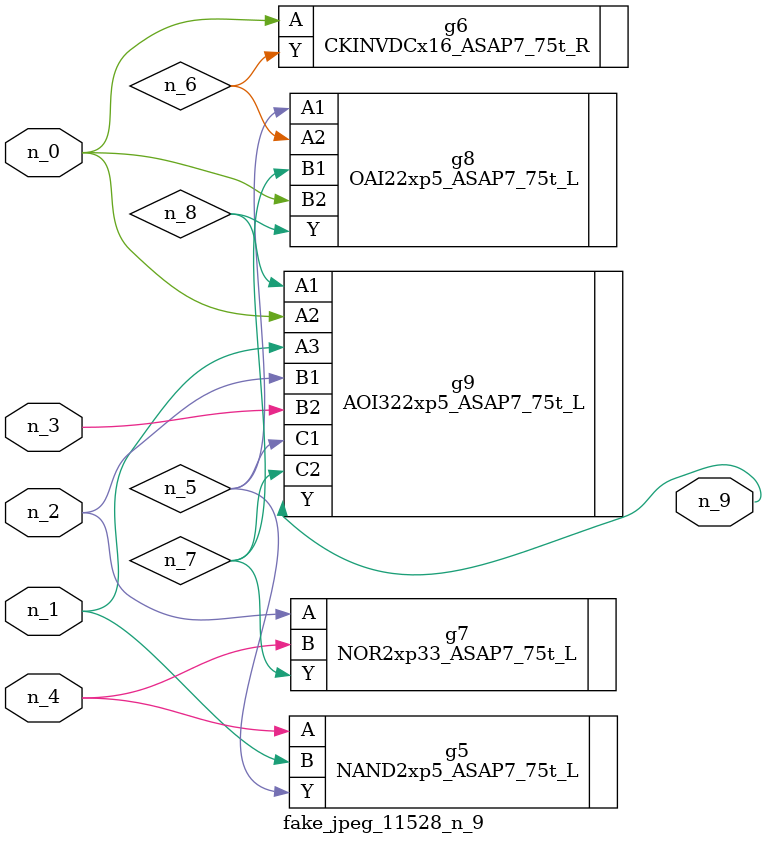
<source format=v>
module fake_jpeg_11528_n_9 (n_3, n_2, n_1, n_0, n_4, n_9);

input n_3;
input n_2;
input n_1;
input n_0;
input n_4;

output n_9;

wire n_8;
wire n_6;
wire n_5;
wire n_7;

NAND2xp5_ASAP7_75t_L g5 ( 
.A(n_4),
.B(n_1),
.Y(n_5)
);

CKINVDCx16_ASAP7_75t_R g6 ( 
.A(n_0),
.Y(n_6)
);

NOR2xp33_ASAP7_75t_L g7 ( 
.A(n_2),
.B(n_4),
.Y(n_7)
);

OAI22xp5_ASAP7_75t_L g8 ( 
.A1(n_5),
.A2(n_6),
.B1(n_7),
.B2(n_0),
.Y(n_8)
);

AOI322xp5_ASAP7_75t_L g9 ( 
.A1(n_8),
.A2(n_0),
.A3(n_1),
.B1(n_2),
.B2(n_3),
.C1(n_5),
.C2(n_7),
.Y(n_9)
);


endmodule
</source>
